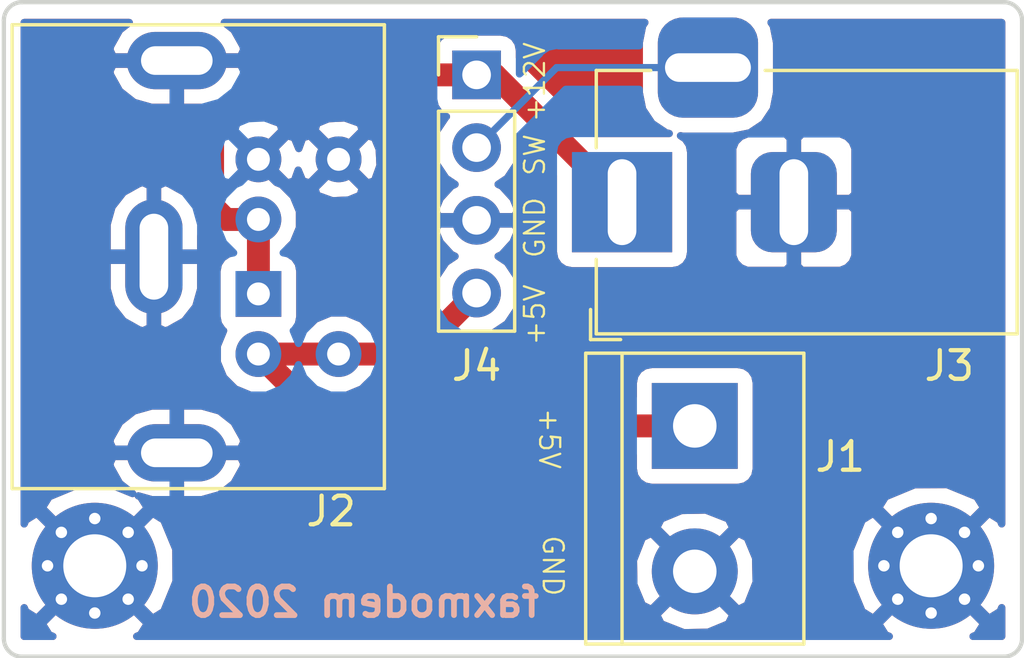
<source format=kicad_pcb>
(kicad_pcb (version 20171130) (host pcbnew 5.0.2+dfsg1-1~bpo9+1)

  (general
    (thickness 1.6)
    (drawings 15)
    (tracks 15)
    (zones 0)
    (modules 6)
    (nets 5)
  )

  (page A4)
  (layers
    (0 F.Cu signal)
    (31 B.Cu signal)
    (32 B.Adhes user hide)
    (33 F.Adhes user hide)
    (34 B.Paste user hide)
    (35 F.Paste user hide)
    (36 B.SilkS user)
    (37 F.SilkS user)
    (38 B.Mask user)
    (39 F.Mask user)
    (40 Dwgs.User user hide)
    (41 Cmts.User user hide)
    (42 Eco1.User user hide)
    (43 Eco2.User user hide)
    (44 Edge.Cuts user)
    (45 Margin user hide)
    (46 B.CrtYd user hide)
    (47 F.CrtYd user hide)
    (48 B.Fab user hide)
    (49 F.Fab user hide)
  )

  (setup
    (last_trace_width 0.25)
    (trace_clearance 0.2)
    (zone_clearance 0.508)
    (zone_45_only no)
    (trace_min 0.2)
    (segment_width 0.2)
    (edge_width 0.15)
    (via_size 0.8)
    (via_drill 0.4)
    (via_min_size 0.4)
    (via_min_drill 0.3)
    (uvia_size 0.3)
    (uvia_drill 0.1)
    (uvias_allowed no)
    (uvia_min_size 0.2)
    (uvia_min_drill 0.1)
    (pcb_text_width 0.3)
    (pcb_text_size 1.5 1.5)
    (mod_edge_width 0.15)
    (mod_text_size 1 1)
    (mod_text_width 0.15)
    (pad_size 1.7 1.7)
    (pad_drill 1)
    (pad_to_mask_clearance 0.051)
    (solder_mask_min_width 0.25)
    (aux_axis_origin 0 0)
    (visible_elements FFFFFF7F)
    (pcbplotparams
      (layerselection 0x010fc_ffffffff)
      (usegerberextensions false)
      (usegerberattributes false)
      (usegerberadvancedattributes false)
      (creategerberjobfile false)
      (excludeedgelayer true)
      (linewidth 0.100000)
      (plotframeref false)
      (viasonmask false)
      (mode 1)
      (useauxorigin false)
      (hpglpennumber 1)
      (hpglpenspeed 20)
      (hpglpendiameter 15.000000)
      (psnegative false)
      (psa4output false)
      (plotreference true)
      (plotvalue true)
      (plotinvisibletext false)
      (padsonsilk false)
      (subtractmaskfromsilk false)
      (outputformat 4)
      (mirror false)
      (drillshape 0)
      (scaleselection 1)
      (outputdirectory "/home/fabien/projects/amstrad_cpc6128/psu/"))
  )

  (net 0 "")
  (net 1 /+5V)
  (net 2 /GND)
  (net 3 /+12V)
  (net 4 /SW)

  (net_class Default "Ceci est la Netclass par défaut."
    (clearance 0.2)
    (trace_width 0.25)
    (via_dia 0.8)
    (via_drill 0.4)
    (uvia_dia 0.3)
    (uvia_drill 0.1)
    (add_net /SW)
  )

  (net_class "5-12V 2A" ""
    (clearance 0.4)
    (trace_width 0.8)
    (via_dia 0.8)
    (via_drill 0.4)
    (uvia_dia 0.3)
    (uvia_drill 0.1)
    (add_net /+12V)
    (add_net /+5V)
    (add_net /GND)
  )

  (module MountingHole:MountingHole_2.2mm_M2_Pad_Via (layer F.Cu) (tedit 5ECA7B34) (tstamp 5ED72F76)
    (at 123.825 102.235)
    (descr "Mounting Hole 2.2mm, M2")
    (tags "mounting hole 2.2mm m2")
    (path /5ECA7F49)
    (attr virtual)
    (fp_text reference H1 (at 0 -3.2) (layer F.SilkS) hide
      (effects (font (size 1 1) (thickness 0.15)))
    )
    (fp_text value MountingHole_Pad (at 0 3.2) (layer F.Fab)
      (effects (font (size 1 1) (thickness 0.15)))
    )
    (fp_circle (center 0 0) (end 2.45 0) (layer F.CrtYd) (width 0.05))
    (fp_circle (center 0 0) (end 2.2 0) (layer Cmts.User) (width 0.15))
    (fp_text user %R (at 0.3 0) (layer F.Fab)
      (effects (font (size 1 1) (thickness 0.15)))
    )
    (pad 1 thru_hole circle (at 1.166726 -1.166726) (size 0.7 0.7) (drill 0.4) (layers *.Cu *.Mask)
      (net 2 /GND))
    (pad 1 thru_hole circle (at 0 -1.65) (size 0.7 0.7) (drill 0.4) (layers *.Cu *.Mask)
      (net 2 /GND))
    (pad 1 thru_hole circle (at -1.166726 -1.166726) (size 0.7 0.7) (drill 0.4) (layers *.Cu *.Mask)
      (net 2 /GND))
    (pad 1 thru_hole circle (at -1.65 0) (size 0.7 0.7) (drill 0.4) (layers *.Cu *.Mask)
      (net 2 /GND))
    (pad 1 thru_hole circle (at -1.166726 1.166726) (size 0.7 0.7) (drill 0.4) (layers *.Cu *.Mask)
      (net 2 /GND))
    (pad 1 thru_hole circle (at 0 1.65) (size 0.7 0.7) (drill 0.4) (layers *.Cu *.Mask)
      (net 2 /GND))
    (pad 1 thru_hole circle (at 1.166726 1.166726) (size 0.7 0.7) (drill 0.4) (layers *.Cu *.Mask)
      (net 2 /GND))
    (pad 1 thru_hole circle (at 1.65 0) (size 0.7 0.7) (drill 0.4) (layers *.Cu *.Mask)
      (net 2 /GND))
    (pad 1 thru_hole circle (at 0 0) (size 4.4 4.4) (drill 2.2) (layers *.Cu *.Mask)
      (net 2 /GND))
  )

  (module MountingHole:MountingHole_2.2mm_M2_Pad_Via (layer F.Cu) (tedit 5ECA7B38) (tstamp 5ED73522)
    (at 153.035 102.235)
    (descr "Mounting Hole 2.2mm, M2")
    (tags "mounting hole 2.2mm m2")
    (path /5ECA8016)
    (attr virtual)
    (fp_text reference H2 (at 0 -3.2) (layer F.SilkS) hide
      (effects (font (size 1 1) (thickness 0.15)))
    )
    (fp_text value MountingHole_Pad (at 0 3.2) (layer F.Fab)
      (effects (font (size 1 1) (thickness 0.15)))
    )
    (fp_text user %R (at 0.3 0) (layer F.Fab)
      (effects (font (size 1 1) (thickness 0.15)))
    )
    (fp_circle (center 0 0) (end 2.2 0) (layer Cmts.User) (width 0.15))
    (fp_circle (center 0 0) (end 2.45 0) (layer F.CrtYd) (width 0.05))
    (pad 1 thru_hole circle (at 0 0) (size 4.4 4.4) (drill 2.2) (layers *.Cu *.Mask)
      (net 2 /GND))
    (pad 1 thru_hole circle (at 1.65 0) (size 0.7 0.7) (drill 0.4) (layers *.Cu *.Mask)
      (net 2 /GND))
    (pad 1 thru_hole circle (at 1.166726 1.166726) (size 0.7 0.7) (drill 0.4) (layers *.Cu *.Mask)
      (net 2 /GND))
    (pad 1 thru_hole circle (at 0 1.65) (size 0.7 0.7) (drill 0.4) (layers *.Cu *.Mask)
      (net 2 /GND))
    (pad 1 thru_hole circle (at -1.166726 1.166726) (size 0.7 0.7) (drill 0.4) (layers *.Cu *.Mask)
      (net 2 /GND))
    (pad 1 thru_hole circle (at -1.65 0) (size 0.7 0.7) (drill 0.4) (layers *.Cu *.Mask)
      (net 2 /GND))
    (pad 1 thru_hole circle (at -1.166726 -1.166726) (size 0.7 0.7) (drill 0.4) (layers *.Cu *.Mask)
      (net 2 /GND))
    (pad 1 thru_hole circle (at 0 -1.65) (size 0.7 0.7) (drill 0.4) (layers *.Cu *.Mask)
      (net 2 /GND))
    (pad 1 thru_hole circle (at 1.166726 -1.166726) (size 0.7 0.7) (drill 0.4) (layers *.Cu *.Mask)
      (net 2 /GND))
  )

  (module Connector_BarrelJack:BarrelJack_Horizontal (layer F.Cu) (tedit 5A1DBF6A) (tstamp 5ECA2FC3)
    (at 142.24 89.535 180)
    (descr "DC Barrel Jack")
    (tags "Power Jack")
    (path /5EBB033A)
    (fp_text reference J3 (at -11.43 -5.715 180) (layer F.SilkS)
      (effects (font (size 1 1) (thickness 0.15)))
    )
    (fp_text value "DC 12V" (at -6.2 -5.5 180) (layer F.Fab)
      (effects (font (size 1 1) (thickness 0.15)))
    )
    (fp_text user %R (at 2.54 3.175 180) (layer F.Fab)
      (effects (font (size 1 1) (thickness 0.15)))
    )
    (fp_line (start -0.003213 -4.505425) (end 0.8 -3.75) (layer F.Fab) (width 0.1))
    (fp_line (start 1.1 -3.75) (end 1.1 -4.8) (layer F.SilkS) (width 0.12))
    (fp_line (start 0.05 -4.8) (end 1.1 -4.8) (layer F.SilkS) (width 0.12))
    (fp_line (start 1 -4.5) (end 1 -4.75) (layer F.CrtYd) (width 0.05))
    (fp_line (start 1 -4.75) (end -14 -4.75) (layer F.CrtYd) (width 0.05))
    (fp_line (start 1 -4.5) (end 1 -2) (layer F.CrtYd) (width 0.05))
    (fp_line (start 1 -2) (end 2 -2) (layer F.CrtYd) (width 0.05))
    (fp_line (start 2 -2) (end 2 2) (layer F.CrtYd) (width 0.05))
    (fp_line (start 2 2) (end 1 2) (layer F.CrtYd) (width 0.05))
    (fp_line (start 1 2) (end 1 4.75) (layer F.CrtYd) (width 0.05))
    (fp_line (start 1 4.75) (end -1 4.75) (layer F.CrtYd) (width 0.05))
    (fp_line (start -1 4.75) (end -1 6.75) (layer F.CrtYd) (width 0.05))
    (fp_line (start -1 6.75) (end -5 6.75) (layer F.CrtYd) (width 0.05))
    (fp_line (start -5 6.75) (end -5 4.75) (layer F.CrtYd) (width 0.05))
    (fp_line (start -5 4.75) (end -14 4.75) (layer F.CrtYd) (width 0.05))
    (fp_line (start -14 4.75) (end -14 -4.75) (layer F.CrtYd) (width 0.05))
    (fp_line (start -5 4.6) (end -13.8 4.6) (layer F.SilkS) (width 0.12))
    (fp_line (start -13.8 4.6) (end -13.8 -4.6) (layer F.SilkS) (width 0.12))
    (fp_line (start 0.9 1.9) (end 0.9 4.6) (layer F.SilkS) (width 0.12))
    (fp_line (start 0.9 4.6) (end -1 4.6) (layer F.SilkS) (width 0.12))
    (fp_line (start -13.8 -4.6) (end 0.9 -4.6) (layer F.SilkS) (width 0.12))
    (fp_line (start 0.9 -4.6) (end 0.9 -2) (layer F.SilkS) (width 0.12))
    (fp_line (start -10.2 -4.5) (end -10.2 4.5) (layer F.Fab) (width 0.1))
    (fp_line (start -13.7 -4.5) (end -13.7 4.5) (layer F.Fab) (width 0.1))
    (fp_line (start -13.7 4.5) (end 0.8 4.5) (layer F.Fab) (width 0.1))
    (fp_line (start 0.8 4.5) (end 0.8 -3.75) (layer F.Fab) (width 0.1))
    (fp_line (start 0 -4.5) (end -13.7 -4.5) (layer F.Fab) (width 0.1))
    (pad 1 thru_hole rect (at 0 0 180) (size 3.5 3.5) (drill oval 1 3) (layers *.Cu *.Mask)
      (net 3 /+12V))
    (pad 2 thru_hole roundrect (at -6 0 180) (size 3 3.5) (drill oval 1 3) (layers *.Cu *.Mask) (roundrect_rratio 0.25)
      (net 2 /GND))
    (pad 3 thru_hole roundrect (at -3 4.7 180) (size 3.5 3.5) (drill oval 3 1) (layers *.Cu *.Mask) (roundrect_rratio 0.25)
      (net 4 /SW))
    (model ${KISYS3DMOD}/Connector_BarrelJack.3dshapes/BarrelJack_Horizontal.wrl
      (at (xyz 0 0 0))
      (scale (xyz 1 1 1))
      (rotate (xyz 0 0 0))
    )
  )

  (module Connector_PinHeader_2.54mm:PinHeader_1x04_P2.54mm_Vertical (layer F.Cu) (tedit 5ECA6C97) (tstamp 5ED6FAC7)
    (at 137.16 85.09)
    (descr "Through hole straight pin header, 1x04, 2.54mm pitch, single row")
    (tags "Through hole pin header THT 1x04 2.54mm single row")
    (path /5ECBE526)
    (fp_text reference J4 (at 0 10.16) (layer F.SilkS)
      (effects (font (size 1 1) (thickness 0.15)))
    )
    (fp_text value Conn_01x04_Male (at 0 9.95) (layer F.Fab)
      (effects (font (size 1 1) (thickness 0.15)))
    )
    (fp_line (start -0.635 -1.27) (end 1.27 -1.27) (layer F.Fab) (width 0.1))
    (fp_line (start 1.27 -1.27) (end 1.27 8.89) (layer F.Fab) (width 0.1))
    (fp_line (start 1.27 8.89) (end -1.27 8.89) (layer F.Fab) (width 0.1))
    (fp_line (start -1.27 8.89) (end -1.27 -0.635) (layer F.Fab) (width 0.1))
    (fp_line (start -1.27 -0.635) (end -0.635 -1.27) (layer F.Fab) (width 0.1))
    (fp_line (start -1.33 8.95) (end 1.33 8.95) (layer F.SilkS) (width 0.12))
    (fp_line (start -1.33 1.27) (end -1.33 8.95) (layer F.SilkS) (width 0.12))
    (fp_line (start 1.33 1.27) (end 1.33 8.95) (layer F.SilkS) (width 0.12))
    (fp_line (start -1.33 1.27) (end 1.33 1.27) (layer F.SilkS) (width 0.12))
    (fp_line (start -1.33 0) (end -1.33 -1.33) (layer F.SilkS) (width 0.12))
    (fp_line (start -1.33 -1.33) (end 0 -1.33) (layer F.SilkS) (width 0.12))
    (fp_line (start -1.8 -1.8) (end -1.8 9.4) (layer F.CrtYd) (width 0.05))
    (fp_line (start -1.8 9.4) (end 1.8 9.4) (layer F.CrtYd) (width 0.05))
    (fp_line (start 1.8 9.4) (end 1.8 -1.8) (layer F.CrtYd) (width 0.05))
    (fp_line (start 1.8 -1.8) (end -1.8 -1.8) (layer F.CrtYd) (width 0.05))
    (fp_text user %R (at 0 3.81 90) (layer F.Fab)
      (effects (font (size 1 1) (thickness 0.15)))
    )
    (pad 1 thru_hole rect (at 0 0) (size 1.7 1.7) (drill 1) (layers *.Cu *.Mask)
      (net 3 /+12V))
    (pad 2 thru_hole oval (at 0 2.54) (size 1.7 1.7) (drill 1) (layers *.Cu *.Mask)
      (net 4 /SW))
    (pad 3 thru_hole oval (at 0 5.08) (size 1.7 1.7) (drill 1) (layers *.Cu *.Mask)
      (net 2 /GND))
    (pad 4 thru_hole oval (at 0 7.62) (size 1.7 1.7) (drill 1) (layers *.Cu *.Mask)
      (net 1 /+5V))
    (model ${KISYS3DMOD}/Connector_PinHeader_2.54mm.3dshapes/PinHeader_1x04_P2.54mm_Vertical.wrl
      (at (xyz 0 0 0))
      (scale (xyz 1 1 1))
      (rotate (xyz 0 0 0))
    )
  )

  (module TerminalBlock:TerminalBlock_bornier-2_P5.08mm (layer F.Cu) (tedit 59FF03AB) (tstamp 5ED65DF1)
    (at 144.78 97.35 270)
    (descr "simple 2-pin terminal block, pitch 5.08mm, revamped version of bornier2")
    (tags "terminal block bornier2")
    (path /5EBB0608)
    (fp_text reference J1 (at 1.075 -5.08) (layer F.SilkS)
      (effects (font (size 1 1) (thickness 0.15)))
    )
    (fp_text value "DC 5V" (at 2.54 5.08 270) (layer F.Fab)
      (effects (font (size 1 1) (thickness 0.15)))
    )
    (fp_text user %R (at 1.71 -4.885 270) (layer F.Fab)
      (effects (font (size 1 1) (thickness 0.15)))
    )
    (fp_line (start -2.41 2.55) (end 7.49 2.55) (layer F.Fab) (width 0.1))
    (fp_line (start -2.46 -3.75) (end -2.46 3.75) (layer F.Fab) (width 0.1))
    (fp_line (start -2.46 3.75) (end 7.54 3.75) (layer F.Fab) (width 0.1))
    (fp_line (start 7.54 3.75) (end 7.54 -3.75) (layer F.Fab) (width 0.1))
    (fp_line (start 7.54 -3.75) (end -2.46 -3.75) (layer F.Fab) (width 0.1))
    (fp_line (start 7.62 2.54) (end -2.54 2.54) (layer F.SilkS) (width 0.12))
    (fp_line (start 7.62 3.81) (end 7.62 -3.81) (layer F.SilkS) (width 0.12))
    (fp_line (start 7.62 -3.81) (end -2.54 -3.81) (layer F.SilkS) (width 0.12))
    (fp_line (start -2.54 -3.81) (end -2.54 3.81) (layer F.SilkS) (width 0.12))
    (fp_line (start -2.54 3.81) (end 7.62 3.81) (layer F.SilkS) (width 0.12))
    (fp_line (start -2.71 -4) (end 7.79 -4) (layer F.CrtYd) (width 0.05))
    (fp_line (start -2.71 -4) (end -2.71 4) (layer F.CrtYd) (width 0.05))
    (fp_line (start 7.79 4) (end 7.79 -4) (layer F.CrtYd) (width 0.05))
    (fp_line (start 7.79 4) (end -2.71 4) (layer F.CrtYd) (width 0.05))
    (pad 1 thru_hole rect (at 0 0 270) (size 3 3) (drill 1.52) (layers *.Cu *.Mask)
      (net 1 /+5V))
    (pad 2 thru_hole circle (at 5.08 0 270) (size 3 3) (drill 1.52) (layers *.Cu *.Mask)
      (net 2 /GND))
    (model ${KISYS3DMOD}/TerminalBlock.3dshapes/TerminalBlock_bornier-2_P5.08mm.wrl
      (offset (xyz 2.539999961853027 0 0))
      (scale (xyz 1 1 1))
      (rotate (xyz 0 0 0))
    )
  )

  (module Custom_Footprints:Connector_Mini-DIN_Female_6Pin_2rows (layer F.Cu) (tedit 58E946D2) (tstamp 5ED37050)
    (at 129.54 92.74 270)
    (descr "A footprint for the generic 6 pin Mini-DIN through hole connector with shell.")
    (tags "mini din 6pin connector socket")
    (path /5EBB01DA)
    (fp_text reference J2 (at 7.59 -2.54) (layer F.SilkS)
      (effects (font (size 1 1) (thickness 0.15)))
    )
    (fp_text value Mini-DIN-6 (at -0.03 10.15 270) (layer F.Fab)
      (effects (font (size 1 1) (thickness 0.15)))
    )
    (fp_text user %R (at -1.27 -6.35 270) (layer F.Fab)
      (effects (font (size 1 1) (thickness 0.15)))
    )
    (fp_line (start 6.7 -4.3) (end 6.7 8.5) (layer F.Fab) (width 0.1))
    (fp_line (start 6.7 8.5) (end -9.3 8.5) (layer F.Fab) (width 0.1))
    (fp_line (start -9.3 8.5) (end -9.3 -4.3) (layer F.Fab) (width 0.1))
    (fp_line (start -9.3 -4.3) (end 6.7 -4.3) (layer F.Fab) (width 0.1))
    (fp_line (start 6.8 -4.4) (end 6.8 8.6) (layer F.SilkS) (width 0.12))
    (fp_line (start -9.4 -4.4) (end -9.4 8.6) (layer F.SilkS) (width 0.12))
    (fp_line (start -9.4 -4.4) (end 6.8 -4.4) (layer F.SilkS) (width 0.12))
    (fp_line (start -9.4 8.6) (end 6.8 8.6) (layer F.SilkS) (width 0.12))
    (fp_line (start -9.81 -5.05) (end 7.19 -5.05) (layer F.CrtYd) (width 0.05))
    (fp_line (start -9.81 -5.05) (end -9.81 9) (layer F.CrtYd) (width 0.05))
    (fp_line (start 7.19 9) (end 7.19 -5.05) (layer F.CrtYd) (width 0.05))
    (fp_line (start 7.19 9) (end -9.81 9) (layer F.CrtYd) (width 0.05))
    (pad 7 thru_hole oval (at -8.15 2.85 270) (size 2 3.5) (drill oval 1 2.5) (layers *.Cu *.Mask)
      (net 2 /GND))
    (pad 7 thru_hole oval (at 5.55 2.85 270) (size 2 3.5) (drill oval 1 2.5) (layers *.Cu *.Mask)
      (net 2 /GND))
    (pad 1 thru_hole rect (at 0 0 270) (size 1.6 1.6) (drill 0.8) (layers *.Cu *.Mask)
      (net 3 /+12V))
    (pad 2 thru_hole circle (at -2.6 0 270) (size 1.6 1.6) (drill 0.8) (layers *.Cu *.Mask)
      (net 3 /+12V))
    (pad 3 thru_hole circle (at 2.1 0 270) (size 1.6 1.6) (drill 0.8) (layers *.Cu *.Mask)
      (net 1 /+5V))
    (pad 4 thru_hole circle (at -4.7 0 270) (size 1.6 1.6) (drill 0.8) (layers *.Cu *.Mask)
      (net 2 /GND))
    (pad 5 thru_hole circle (at 2.1 -2.8 270) (size 1.6 1.6) (drill 0.8) (layers *.Cu *.Mask)
      (net 1 /+5V))
    (pad 6 thru_hole circle (at -4.7 -2.8 270) (size 1.6 1.6) (drill 0.8) (layers *.Cu *.Mask)
      (net 2 /GND))
    (pad 7 thru_hole oval (at -1.3 3.65 270) (size 4 2) (drill oval 3 1) (layers *.Cu *.Mask)
      (net 2 /GND))
  )

  (gr_arc (start 155.575 83.185) (end 156.21 83.185) (angle -90) (layer Edge.Cuts) (width 0.15))
  (gr_arc (start 121.285 83.185) (end 121.285 82.55) (angle -90) (layer Edge.Cuts) (width 0.15))
  (gr_arc (start 121.285 104.775) (end 120.65 104.775) (angle -90) (layer Edge.Cuts) (width 0.15))
  (gr_arc (start 155.575 104.775) (end 155.575 105.41) (angle -90) (layer Edge.Cuts) (width 0.15))
  (gr_text "faxmodem 2020" (at 127 103.505) (layer B.SilkS)
    (effects (font (size 1 1) (thickness 0.2)) (justify right mirror))
  )
  (gr_text GND (at 139.827 102.235 270) (layer F.SilkS) (tstamp 5ED71679)
    (effects (font (size 0.7 0.7) (thickness 0.08)))
  )
  (gr_text +5V (at 139.7 97.79 270) (layer F.SilkS) (tstamp 5ED7166B)
    (effects (font (size 0.7 0.7) (thickness 0.08)))
  )
  (gr_text +12V (at 139.192 85.344 90) (layer F.SilkS)
    (effects (font (size 0.7 0.7) (thickness 0.08)))
  )
  (gr_text SW (at 139.192 87.884 90) (layer F.SilkS)
    (effects (font (size 0.7 0.7) (thickness 0.08)))
  )
  (gr_text GND (at 139.192 90.424 90) (layer F.SilkS)
    (effects (font (size 0.7 0.7) (thickness 0.08)))
  )
  (gr_text +5V (at 139.192 93.472 90) (layer F.SilkS)
    (effects (font (size 0.7 0.7) (thickness 0.08)))
  )
  (gr_line (start 120.65 83.185) (end 120.65 104.775) (layer Edge.Cuts) (width 0.15))
  (gr_line (start 155.575 82.55) (end 121.285 82.55) (layer Edge.Cuts) (width 0.15))
  (gr_line (start 156.21 104.775) (end 156.21 83.185) (layer Edge.Cuts) (width 0.15))
  (gr_line (start 121.285 105.41) (end 155.575 105.41) (layer Edge.Cuts) (width 0.15))

  (segment (start 135.03 94.84) (end 137.16 92.71) (width 0.8) (layer F.Cu) (net 1) (status 1000000))
  (segment (start 132.34 94.84) (end 135.03 94.84) (width 0.8) (layer F.Cu) (net 1) (status 1000000))
  (segment (start 132.05 97.35) (end 144.78 97.35) (width 0.8) (layer F.Cu) (net 1))
  (segment (start 129.54 94.84) (end 132.05 97.35) (width 0.8) (layer F.Cu) (net 1))
  (segment (start 129.54 94.84) (end 132.34 94.84) (width 0.8) (layer F.Cu) (net 1))
  (segment (start 128.40863 90.14) (end 129.54 90.14) (width 0.8) (layer F.Cu) (net 3))
  (segment (start 137.16 85.09) (end 130.121998 85.09) (width 0.8) (layer F.Cu) (net 3))
  (segment (start 130.121998 85.09) (end 127.939999 87.271999) (width 0.8) (layer F.Cu) (net 3))
  (segment (start 127.939999 87.271999) (end 127.939999 89.671369) (width 0.8) (layer F.Cu) (net 3))
  (segment (start 127.939999 89.671369) (end 128.40863 90.14) (width 0.8) (layer F.Cu) (net 3))
  (segment (start 137.795 85.09) (end 142.24 89.535) (width 0.8) (layer F.Cu) (net 3))
  (segment (start 137.16 85.09) (end 137.795 85.09) (width 0.8) (layer F.Cu) (net 3))
  (segment (start 129.54 92.74) (end 129.54 90.14) (width 0.8) (layer F.Cu) (net 3))
  (segment (start 139.955 84.835) (end 145.24 84.835) (width 0.25) (layer B.Cu) (net 4))
  (segment (start 137.16 87.63) (end 139.955 84.835) (width 0.25) (layer B.Cu) (net 4))

  (zone (net 2) (net_name /GND) (layer F.Cu) (tstamp 5ED738C5) (hatch edge 0.508)
    (connect_pads (clearance 0.508))
    (min_thickness 0.254)
    (fill yes (arc_segments 16) (thermal_gap 0.508) (thermal_bridge_width 0.508))
    (polygon
      (pts
        (xy 120.65 82.55) (xy 120.65 105.41) (xy 156.21 105.41) (xy 156.21 82.55)
      )
    )
    (filled_polygon
      (pts
        (xy 124.694078 83.523683) (xy 124.380856 84.081645) (xy 124.349876 84.209566) (xy 124.469223 84.463) (xy 126.563 84.463)
        (xy 126.563 84.443) (xy 126.817 84.443) (xy 126.817 84.463) (xy 128.910777 84.463) (xy 129.030124 84.209566)
        (xy 128.999144 84.081645) (xy 128.685922 83.523683) (xy 128.350739 83.26) (xy 143.036884 83.26) (xy 142.958449 83.377387)
        (xy 142.84256 83.96) (xy 142.84256 85.71) (xy 142.958449 86.292613) (xy 143.288472 86.786528) (xy 143.782387 87.116551)
        (xy 143.888006 87.13756) (xy 141.306271 87.13756) (xy 138.65744 84.48873) (xy 138.65744 84.24) (xy 138.608157 83.992235)
        (xy 138.467809 83.782191) (xy 138.257765 83.641843) (xy 138.01 83.59256) (xy 136.31 83.59256) (xy 136.062235 83.641843)
        (xy 135.852191 83.782191) (xy 135.711843 83.992235) (xy 135.699358 84.055) (xy 130.223932 84.055) (xy 130.121998 84.034724)
        (xy 130.020063 84.055) (xy 129.718161 84.115052) (xy 129.375805 84.343807) (xy 129.318063 84.430224) (xy 128.949359 84.798928)
        (xy 128.910777 84.717) (xy 126.817 84.717) (xy 126.817 86.225) (xy 127.523288 86.225) (xy 127.280226 86.468062)
        (xy 127.193806 86.525806) (xy 127.01986 86.786136) (xy 126.965051 86.868163) (xy 126.884723 87.271999) (xy 126.904999 87.373934)
        (xy 126.905 89.16527) (xy 126.398355 88.880856) (xy 126.270434 88.849876) (xy 126.017 88.969223) (xy 126.017 91.313)
        (xy 127.525 91.313) (xy 127.525 90.72008) (xy 127.604693 90.799773) (xy 127.662437 90.886193) (xy 128.004793 91.114948)
        (xy 128.306695 91.175) (xy 128.306696 91.175) (xy 128.408629 91.195276) (xy 128.505001 91.176106) (xy 128.505001 91.339304)
        (xy 128.492235 91.341843) (xy 128.282191 91.482191) (xy 128.141843 91.692235) (xy 128.09256 91.94) (xy 128.09256 93.54)
        (xy 128.141843 93.787765) (xy 128.282191 93.997809) (xy 128.324515 94.026089) (xy 128.323466 94.027138) (xy 128.105 94.554561)
        (xy 128.105 95.125439) (xy 128.323466 95.652862) (xy 128.727138 96.056534) (xy 129.254561 96.275) (xy 129.51129 96.275)
        (xy 131.246065 98.009776) (xy 131.303807 98.096193) (xy 131.390223 98.153934) (xy 131.646163 98.324948) (xy 132.049999 98.405276)
        (xy 132.151934 98.385) (xy 142.63256 98.385) (xy 142.63256 98.85) (xy 142.681843 99.097765) (xy 142.822191 99.307809)
        (xy 143.032235 99.448157) (xy 143.28 99.49744) (xy 146.28 99.49744) (xy 146.527765 99.448157) (xy 146.737809 99.307809)
        (xy 146.878157 99.097765) (xy 146.92744 98.85) (xy 146.92744 95.85) (xy 146.878157 95.602235) (xy 146.737809 95.392191)
        (xy 146.527765 95.251843) (xy 146.28 95.20256) (xy 143.28 95.20256) (xy 143.032235 95.251843) (xy 142.822191 95.392191)
        (xy 142.681843 95.602235) (xy 142.63256 95.85) (xy 142.63256 96.315) (xy 132.478711 96.315) (xy 132.438711 96.275)
        (xy 132.625439 96.275) (xy 133.152862 96.056534) (xy 133.334396 95.875) (xy 134.928066 95.875) (xy 135.03 95.895276)
        (xy 135.131934 95.875) (xy 135.131935 95.875) (xy 135.433837 95.814948) (xy 135.776193 95.586193) (xy 135.833937 95.499773)
        (xy 137.138711 94.195) (xy 137.306256 94.195) (xy 137.739418 94.108839) (xy 138.230625 93.780625) (xy 138.558839 93.289418)
        (xy 138.674092 92.71) (xy 138.558839 92.130582) (xy 138.230625 91.639375) (xy 137.911522 91.426157) (xy 138.041358 91.365183)
        (xy 138.431645 90.936924) (xy 138.601476 90.52689) (xy 138.480155 90.297) (xy 137.287 90.297) (xy 137.287 90.317)
        (xy 137.033 90.317) (xy 137.033 90.297) (xy 135.839845 90.297) (xy 135.718524 90.52689) (xy 135.888355 90.936924)
        (xy 136.278642 91.365183) (xy 136.408478 91.426157) (xy 136.089375 91.639375) (xy 135.761161 92.130582) (xy 135.645908 92.71)
        (xy 135.654267 92.752023) (xy 134.60129 93.805) (xy 133.334396 93.805) (xy 133.152862 93.623466) (xy 132.625439 93.405)
        (xy 132.054561 93.405) (xy 131.527138 93.623466) (xy 131.345604 93.805) (xy 130.926641 93.805) (xy 130.938157 93.787765)
        (xy 130.98744 93.54) (xy 130.98744 91.94) (xy 130.938157 91.692235) (xy 130.797809 91.482191) (xy 130.587765 91.341843)
        (xy 130.575 91.339304) (xy 130.575 91.134396) (xy 130.756534 90.952862) (xy 130.975 90.425439) (xy 130.975 89.854561)
        (xy 130.756534 89.327138) (xy 130.477141 89.047745) (xy 131.511861 89.047745) (xy 131.585995 89.293864) (xy 132.123223 89.486965)
        (xy 132.693454 89.459778) (xy 133.094005 89.293864) (xy 133.168139 89.047745) (xy 132.34 88.219605) (xy 131.511861 89.047745)
        (xy 130.477141 89.047745) (xy 130.352862 88.923466) (xy 130.166784 88.84639) (xy 129.54 88.219605) (xy 129.525858 88.233748)
        (xy 129.346253 88.054143) (xy 129.360395 88.04) (xy 129.719605 88.04) (xy 130.547745 88.868139) (xy 130.793864 88.794005)
        (xy 130.929654 88.416224) (xy 131.086136 88.794005) (xy 131.332255 88.868139) (xy 132.160395 88.04) (xy 132.519605 88.04)
        (xy 133.347745 88.868139) (xy 133.593864 88.794005) (xy 133.786965 88.256777) (xy 133.759778 87.686546) (xy 133.593864 87.285995)
        (xy 133.347745 87.211861) (xy 132.519605 88.04) (xy 132.160395 88.04) (xy 131.332255 87.211861) (xy 131.086136 87.285995)
        (xy 130.950346 87.663776) (xy 130.793864 87.285995) (xy 130.547745 87.211861) (xy 129.719605 88.04) (xy 129.360395 88.04)
        (xy 129.346252 88.025858) (xy 129.525858 87.846252) (xy 129.54 87.860395) (xy 130.368139 87.032255) (xy 131.511861 87.032255)
        (xy 132.34 87.860395) (xy 133.168139 87.032255) (xy 133.094005 86.786136) (xy 132.556777 86.593035) (xy 131.986546 86.620222)
        (xy 131.585995 86.786136) (xy 131.511861 87.032255) (xy 130.368139 87.032255) (xy 130.294005 86.786136) (xy 129.996506 86.679203)
        (xy 130.550709 86.125) (xy 135.699358 86.125) (xy 135.711843 86.187765) (xy 135.852191 86.397809) (xy 136.062235 86.538157)
        (xy 136.107619 86.547184) (xy 136.089375 86.559375) (xy 135.761161 87.050582) (xy 135.645908 87.63) (xy 135.761161 88.209418)
        (xy 136.089375 88.700625) (xy 136.408478 88.913843) (xy 136.278642 88.974817) (xy 135.888355 89.403076) (xy 135.718524 89.81311)
        (xy 135.839845 90.043) (xy 137.033 90.043) (xy 137.033 90.023) (xy 137.287 90.023) (xy 137.287 90.043)
        (xy 138.480155 90.043) (xy 138.601476 89.81311) (xy 138.431645 89.403076) (xy 138.041358 88.974817) (xy 137.911522 88.913843)
        (xy 138.230625 88.700625) (xy 138.558839 88.209418) (xy 138.674092 87.63) (xy 138.625127 87.383838) (xy 139.84256 88.601271)
        (xy 139.84256 91.285) (xy 139.891843 91.532765) (xy 140.032191 91.742809) (xy 140.242235 91.883157) (xy 140.49 91.93244)
        (xy 143.99 91.93244) (xy 144.237765 91.883157) (xy 144.447809 91.742809) (xy 144.588157 91.532765) (xy 144.63744 91.285)
        (xy 144.63744 89.82075) (xy 146.105 89.82075) (xy 146.105 91.41131) (xy 146.201673 91.644699) (xy 146.380302 91.823327)
        (xy 146.613691 91.92) (xy 147.95425 91.92) (xy 148.113 91.76125) (xy 148.113 89.662) (xy 148.367 89.662)
        (xy 148.367 91.76125) (xy 148.52575 91.92) (xy 149.866309 91.92) (xy 150.099698 91.823327) (xy 150.278327 91.644699)
        (xy 150.375 91.41131) (xy 150.375 89.82075) (xy 150.21625 89.662) (xy 148.367 89.662) (xy 148.113 89.662)
        (xy 146.26375 89.662) (xy 146.105 89.82075) (xy 144.63744 89.82075) (xy 144.63744 87.785) (xy 144.612316 87.65869)
        (xy 146.105 87.65869) (xy 146.105 89.24925) (xy 146.26375 89.408) (xy 148.113 89.408) (xy 148.113 87.30875)
        (xy 148.367 87.30875) (xy 148.367 89.408) (xy 150.21625 89.408) (xy 150.375 89.24925) (xy 150.375 87.65869)
        (xy 150.278327 87.425301) (xy 150.099698 87.246673) (xy 149.866309 87.15) (xy 148.52575 87.15) (xy 148.367 87.30875)
        (xy 148.113 87.30875) (xy 147.95425 87.15) (xy 146.613691 87.15) (xy 146.380302 87.246673) (xy 146.201673 87.425301)
        (xy 146.105 87.65869) (xy 144.612316 87.65869) (xy 144.588157 87.537235) (xy 144.447809 87.327191) (xy 144.280999 87.215731)
        (xy 144.365 87.23244) (xy 146.115 87.23244) (xy 146.697613 87.116551) (xy 147.191528 86.786528) (xy 147.521551 86.292613)
        (xy 147.63744 85.71) (xy 147.63744 83.96) (xy 147.521551 83.377387) (xy 147.443116 83.26) (xy 155.500001 83.26)
        (xy 155.5 100.771006) (xy 155.445888 100.640368) (xy 155.054382 100.395223) (xy 153.214605 102.235) (xy 155.054382 104.074777)
        (xy 155.445888 103.829632) (xy 155.5 103.697244) (xy 155.5 104.7) (xy 154.498994 104.7) (xy 154.629632 104.645888)
        (xy 154.874777 104.254382) (xy 153.035 102.414605) (xy 151.195223 104.254382) (xy 151.440368 104.645888) (xy 151.572755 104.7)
        (xy 125.288994 104.7) (xy 125.419632 104.645888) (xy 125.664777 104.254382) (xy 123.825 102.414605) (xy 121.985223 104.254382)
        (xy 122.230368 104.645888) (xy 122.362755 104.7) (xy 121.36 104.7) (xy 121.36 103.698994) (xy 121.414112 103.829632)
        (xy 121.805618 104.074777) (xy 123.645395 102.235) (xy 124.004605 102.235) (xy 125.844382 104.074777) (xy 126.053285 103.94397)
        (xy 143.445635 103.94397) (xy 143.605418 104.262739) (xy 144.396187 104.572723) (xy 145.245387 104.556497) (xy 145.954582 104.262739)
        (xy 146.114365 103.94397) (xy 144.78 102.609605) (xy 143.445635 103.94397) (xy 126.053285 103.94397) (xy 126.235888 103.829632)
        (xy 126.662609 102.78564) (xy 126.659148 102.046187) (xy 142.637277 102.046187) (xy 142.653503 102.895387) (xy 142.947261 103.604582)
        (xy 143.26603 103.764365) (xy 144.600395 102.43) (xy 144.959605 102.43) (xy 146.29397 103.764365) (xy 146.612739 103.604582)
        (xy 146.922723 102.813813) (xy 146.906497 101.964613) (xy 146.790413 101.68436) (xy 150.197391 101.68436) (xy 150.20267 102.812181)
        (xy 150.624112 103.829632) (xy 151.015618 104.074777) (xy 152.855395 102.235) (xy 151.015618 100.395223) (xy 150.624112 100.640368)
        (xy 150.197391 101.68436) (xy 146.790413 101.68436) (xy 146.612739 101.255418) (xy 146.29397 101.095635) (xy 144.959605 102.43)
        (xy 144.600395 102.43) (xy 143.26603 101.095635) (xy 142.947261 101.255418) (xy 142.637277 102.046187) (xy 126.659148 102.046187)
        (xy 126.65733 101.657819) (xy 126.350071 100.91603) (xy 143.445635 100.91603) (xy 144.78 102.250395) (xy 146.114365 100.91603)
        (xy 145.954582 100.597261) (xy 145.163813 100.287277) (xy 144.314613 100.303503) (xy 143.605418 100.597261) (xy 143.445635 100.91603)
        (xy 126.350071 100.91603) (xy 126.235888 100.640368) (xy 125.844382 100.395223) (xy 124.004605 102.235) (xy 123.645395 102.235)
        (xy 121.805618 100.395223) (xy 121.414112 100.640368) (xy 121.36 100.772755) (xy 121.36 100.215618) (xy 121.985223 100.215618)
        (xy 123.825 102.055395) (xy 125.664777 100.215618) (xy 151.195223 100.215618) (xy 153.035 102.055395) (xy 154.874777 100.215618)
        (xy 154.629632 99.824112) (xy 153.58564 99.397391) (xy 152.457819 99.40267) (xy 151.440368 99.824112) (xy 151.195223 100.215618)
        (xy 125.664777 100.215618) (xy 125.419632 99.824112) (xy 125.34436 99.793345) (xy 125.813 99.925) (xy 126.563 99.925)
        (xy 126.563 98.417) (xy 126.817 98.417) (xy 126.817 99.925) (xy 127.567 99.925) (xy 128.18302 99.751942)
        (xy 128.685922 99.356317) (xy 128.999144 98.798355) (xy 129.030124 98.670434) (xy 128.910777 98.417) (xy 126.817 98.417)
        (xy 126.563 98.417) (xy 124.469223 98.417) (xy 124.349876 98.670434) (xy 124.380856 98.798355) (xy 124.694078 99.356317)
        (xy 125.14714 99.712734) (xy 124.37564 99.397391) (xy 123.247819 99.40267) (xy 122.230368 99.824112) (xy 121.985223 100.215618)
        (xy 121.36 100.215618) (xy 121.36 97.909566) (xy 124.349876 97.909566) (xy 124.469223 98.163) (xy 126.563 98.163)
        (xy 126.563 96.655) (xy 126.817 96.655) (xy 126.817 98.163) (xy 128.910777 98.163) (xy 129.030124 97.909566)
        (xy 128.999144 97.781645) (xy 128.685922 97.223683) (xy 128.18302 96.828058) (xy 127.567 96.655) (xy 126.817 96.655)
        (xy 126.563 96.655) (xy 125.813 96.655) (xy 125.19698 96.828058) (xy 124.694078 97.223683) (xy 124.380856 97.781645)
        (xy 124.349876 97.909566) (xy 121.36 97.909566) (xy 121.36 91.567) (xy 124.255 91.567) (xy 124.255 92.567)
        (xy 124.428058 93.18302) (xy 124.823683 93.685922) (xy 125.381645 93.999144) (xy 125.509566 94.030124) (xy 125.763 93.910777)
        (xy 125.763 91.567) (xy 126.017 91.567) (xy 126.017 93.910777) (xy 126.270434 94.030124) (xy 126.398355 93.999144)
        (xy 126.956317 93.685922) (xy 127.351942 93.18302) (xy 127.525 92.567) (xy 127.525 91.567) (xy 126.017 91.567)
        (xy 125.763 91.567) (xy 124.255 91.567) (xy 121.36 91.567) (xy 121.36 90.313) (xy 124.255 90.313)
        (xy 124.255 91.313) (xy 125.763 91.313) (xy 125.763 88.969223) (xy 125.509566 88.849876) (xy 125.381645 88.880856)
        (xy 124.823683 89.194078) (xy 124.428058 89.69698) (xy 124.255 90.313) (xy 121.36 90.313) (xy 121.36 84.970434)
        (xy 124.349876 84.970434) (xy 124.380856 85.098355) (xy 124.694078 85.656317) (xy 125.19698 86.051942) (xy 125.813 86.225)
        (xy 126.563 86.225) (xy 126.563 84.717) (xy 124.469223 84.717) (xy 124.349876 84.970434) (xy 121.36 84.970434)
        (xy 121.36 83.26) (xy 125.029261 83.26)
      )
    )
  )
  (zone (net 2) (net_name /GND) (layer B.Cu) (tstamp 5ED738C2) (hatch edge 0.508)
    (connect_pads (clearance 0.508))
    (min_thickness 0.254)
    (fill yes (arc_segments 16) (thermal_gap 0.508) (thermal_bridge_width 0.508))
    (polygon
      (pts
        (xy 120.65 82.55) (xy 156.21 82.55) (xy 156.21 105.41) (xy 120.65 105.41)
      )
    )
    (filled_polygon
      (pts
        (xy 124.694078 83.523683) (xy 124.380856 84.081645) (xy 124.349876 84.209566) (xy 124.469223 84.463) (xy 126.563 84.463)
        (xy 126.563 84.443) (xy 126.817 84.443) (xy 126.817 84.463) (xy 128.910777 84.463) (xy 129.030124 84.209566)
        (xy 128.999144 84.081645) (xy 128.685922 83.523683) (xy 128.350739 83.26) (xy 143.036884 83.26) (xy 142.958449 83.377387)
        (xy 142.84256 83.96) (xy 142.84256 84.075) (xy 140.029847 84.075) (xy 139.955 84.060112) (xy 139.880153 84.075)
        (xy 139.880148 84.075) (xy 139.658463 84.119096) (xy 139.407071 84.287071) (xy 139.364671 84.350527) (xy 138.65744 85.057758)
        (xy 138.65744 84.24) (xy 138.608157 83.992235) (xy 138.467809 83.782191) (xy 138.257765 83.641843) (xy 138.01 83.59256)
        (xy 136.31 83.59256) (xy 136.062235 83.641843) (xy 135.852191 83.782191) (xy 135.711843 83.992235) (xy 135.66256 84.24)
        (xy 135.66256 85.94) (xy 135.711843 86.187765) (xy 135.852191 86.397809) (xy 136.062235 86.538157) (xy 136.107619 86.547184)
        (xy 136.089375 86.559375) (xy 135.761161 87.050582) (xy 135.645908 87.63) (xy 135.761161 88.209418) (xy 136.089375 88.700625)
        (xy 136.408478 88.913843) (xy 136.278642 88.974817) (xy 135.888355 89.403076) (xy 135.718524 89.81311) (xy 135.839845 90.043)
        (xy 137.033 90.043) (xy 137.033 90.023) (xy 137.287 90.023) (xy 137.287 90.043) (xy 138.480155 90.043)
        (xy 138.601476 89.81311) (xy 138.431645 89.403076) (xy 138.041358 88.974817) (xy 137.911522 88.913843) (xy 138.230625 88.700625)
        (xy 138.558839 88.209418) (xy 138.674092 87.63) (xy 138.601209 87.263592) (xy 140.269802 85.595) (xy 142.84256 85.595)
        (xy 142.84256 85.71) (xy 142.958449 86.292613) (xy 143.288472 86.786528) (xy 143.782387 87.116551) (xy 143.888006 87.13756)
        (xy 140.49 87.13756) (xy 140.242235 87.186843) (xy 140.032191 87.327191) (xy 139.891843 87.537235) (xy 139.84256 87.785)
        (xy 139.84256 91.285) (xy 139.891843 91.532765) (xy 140.032191 91.742809) (xy 140.242235 91.883157) (xy 140.49 91.93244)
        (xy 143.99 91.93244) (xy 144.237765 91.883157) (xy 144.447809 91.742809) (xy 144.588157 91.532765) (xy 144.63744 91.285)
        (xy 144.63744 89.82075) (xy 146.105 89.82075) (xy 146.105 91.41131) (xy 146.201673 91.644699) (xy 146.380302 91.823327)
        (xy 146.613691 91.92) (xy 147.95425 91.92) (xy 148.113 91.76125) (xy 148.113 89.662) (xy 148.367 89.662)
        (xy 148.367 91.76125) (xy 148.52575 91.92) (xy 149.866309 91.92) (xy 150.099698 91.823327) (xy 150.278327 91.644699)
        (xy 150.375 91.41131) (xy 150.375 89.82075) (xy 150.21625 89.662) (xy 148.367 89.662) (xy 148.113 89.662)
        (xy 146.26375 89.662) (xy 146.105 89.82075) (xy 144.63744 89.82075) (xy 144.63744 87.785) (xy 144.612316 87.65869)
        (xy 146.105 87.65869) (xy 146.105 89.24925) (xy 146.26375 89.408) (xy 148.113 89.408) (xy 148.113 87.30875)
        (xy 148.367 87.30875) (xy 148.367 89.408) (xy 150.21625 89.408) (xy 150.375 89.24925) (xy 150.375 87.65869)
        (xy 150.278327 87.425301) (xy 150.099698 87.246673) (xy 149.866309 87.15) (xy 148.52575 87.15) (xy 148.367 87.30875)
        (xy 148.113 87.30875) (xy 147.95425 87.15) (xy 146.613691 87.15) (xy 146.380302 87.246673) (xy 146.201673 87.425301)
        (xy 146.105 87.65869) (xy 144.612316 87.65869) (xy 144.588157 87.537235) (xy 144.447809 87.327191) (xy 144.280999 87.215731)
        (xy 144.365 87.23244) (xy 146.115 87.23244) (xy 146.697613 87.116551) (xy 147.191528 86.786528) (xy 147.521551 86.292613)
        (xy 147.63744 85.71) (xy 147.63744 83.96) (xy 147.521551 83.377387) (xy 147.443116 83.26) (xy 155.500001 83.26)
        (xy 155.5 100.771006) (xy 155.445888 100.640368) (xy 155.054382 100.395223) (xy 153.214605 102.235) (xy 155.054382 104.074777)
        (xy 155.445888 103.829632) (xy 155.5 103.697244) (xy 155.5 104.7) (xy 154.498994 104.7) (xy 154.629632 104.645888)
        (xy 154.874777 104.254382) (xy 153.035 102.414605) (xy 151.195223 104.254382) (xy 151.440368 104.645888) (xy 151.572755 104.7)
        (xy 125.288994 104.7) (xy 125.419632 104.645888) (xy 125.664777 104.254382) (xy 123.825 102.414605) (xy 121.985223 104.254382)
        (xy 122.230368 104.645888) (xy 122.362755 104.7) (xy 121.36 104.7) (xy 121.36 103.698994) (xy 121.414112 103.829632)
        (xy 121.805618 104.074777) (xy 123.645395 102.235) (xy 124.004605 102.235) (xy 125.844382 104.074777) (xy 126.053285 103.94397)
        (xy 143.445635 103.94397) (xy 143.605418 104.262739) (xy 144.396187 104.572723) (xy 145.245387 104.556497) (xy 145.954582 104.262739)
        (xy 146.114365 103.94397) (xy 144.78 102.609605) (xy 143.445635 103.94397) (xy 126.053285 103.94397) (xy 126.235888 103.829632)
        (xy 126.662609 102.78564) (xy 126.659148 102.046187) (xy 142.637277 102.046187) (xy 142.653503 102.895387) (xy 142.947261 103.604582)
        (xy 143.26603 103.764365) (xy 144.600395 102.43) (xy 144.959605 102.43) (xy 146.29397 103.764365) (xy 146.612739 103.604582)
        (xy 146.922723 102.813813) (xy 146.906497 101.964613) (xy 146.790413 101.68436) (xy 150.197391 101.68436) (xy 150.20267 102.812181)
        (xy 150.624112 103.829632) (xy 151.015618 104.074777) (xy 152.855395 102.235) (xy 151.015618 100.395223) (xy 150.624112 100.640368)
        (xy 150.197391 101.68436) (xy 146.790413 101.68436) (xy 146.612739 101.255418) (xy 146.29397 101.095635) (xy 144.959605 102.43)
        (xy 144.600395 102.43) (xy 143.26603 101.095635) (xy 142.947261 101.255418) (xy 142.637277 102.046187) (xy 126.659148 102.046187)
        (xy 126.65733 101.657819) (xy 126.350071 100.91603) (xy 143.445635 100.91603) (xy 144.78 102.250395) (xy 146.114365 100.91603)
        (xy 145.954582 100.597261) (xy 145.163813 100.287277) (xy 144.314613 100.303503) (xy 143.605418 100.597261) (xy 143.445635 100.91603)
        (xy 126.350071 100.91603) (xy 126.235888 100.640368) (xy 125.844382 100.395223) (xy 124.004605 102.235) (xy 123.645395 102.235)
        (xy 121.805618 100.395223) (xy 121.414112 100.640368) (xy 121.36 100.772755) (xy 121.36 100.215618) (xy 121.985223 100.215618)
        (xy 123.825 102.055395) (xy 125.664777 100.215618) (xy 151.195223 100.215618) (xy 153.035 102.055395) (xy 154.874777 100.215618)
        (xy 154.629632 99.824112) (xy 153.58564 99.397391) (xy 152.457819 99.40267) (xy 151.440368 99.824112) (xy 151.195223 100.215618)
        (xy 125.664777 100.215618) (xy 125.419632 99.824112) (xy 125.34436 99.793345) (xy 125.813 99.925) (xy 126.563 99.925)
        (xy 126.563 98.417) (xy 126.817 98.417) (xy 126.817 99.925) (xy 127.567 99.925) (xy 128.18302 99.751942)
        (xy 128.685922 99.356317) (xy 128.999144 98.798355) (xy 129.030124 98.670434) (xy 128.910777 98.417) (xy 126.817 98.417)
        (xy 126.563 98.417) (xy 124.469223 98.417) (xy 124.349876 98.670434) (xy 124.380856 98.798355) (xy 124.694078 99.356317)
        (xy 125.14714 99.712734) (xy 124.37564 99.397391) (xy 123.247819 99.40267) (xy 122.230368 99.824112) (xy 121.985223 100.215618)
        (xy 121.36 100.215618) (xy 121.36 97.909566) (xy 124.349876 97.909566) (xy 124.469223 98.163) (xy 126.563 98.163)
        (xy 126.563 96.655) (xy 126.817 96.655) (xy 126.817 98.163) (xy 128.910777 98.163) (xy 129.030124 97.909566)
        (xy 128.999144 97.781645) (xy 128.685922 97.223683) (xy 128.18302 96.828058) (xy 127.567 96.655) (xy 126.817 96.655)
        (xy 126.563 96.655) (xy 125.813 96.655) (xy 125.19698 96.828058) (xy 124.694078 97.223683) (xy 124.380856 97.781645)
        (xy 124.349876 97.909566) (xy 121.36 97.909566) (xy 121.36 91.567) (xy 124.255 91.567) (xy 124.255 92.567)
        (xy 124.428058 93.18302) (xy 124.823683 93.685922) (xy 125.381645 93.999144) (xy 125.509566 94.030124) (xy 125.763 93.910777)
        (xy 125.763 91.567) (xy 126.017 91.567) (xy 126.017 93.910777) (xy 126.270434 94.030124) (xy 126.398355 93.999144)
        (xy 126.956317 93.685922) (xy 127.351942 93.18302) (xy 127.525 92.567) (xy 127.525 91.94) (xy 128.09256 91.94)
        (xy 128.09256 93.54) (xy 128.141843 93.787765) (xy 128.282191 93.997809) (xy 128.324515 94.026089) (xy 128.323466 94.027138)
        (xy 128.105 94.554561) (xy 128.105 95.125439) (xy 128.323466 95.652862) (xy 128.727138 96.056534) (xy 129.254561 96.275)
        (xy 129.825439 96.275) (xy 130.352862 96.056534) (xy 130.756534 95.652862) (xy 130.94 95.209936) (xy 131.123466 95.652862)
        (xy 131.527138 96.056534) (xy 132.054561 96.275) (xy 132.625439 96.275) (xy 133.152862 96.056534) (xy 133.359396 95.85)
        (xy 142.63256 95.85) (xy 142.63256 98.85) (xy 142.681843 99.097765) (xy 142.822191 99.307809) (xy 143.032235 99.448157)
        (xy 143.28 99.49744) (xy 146.28 99.49744) (xy 146.527765 99.448157) (xy 146.737809 99.307809) (xy 146.878157 99.097765)
        (xy 146.92744 98.85) (xy 146.92744 95.85) (xy 146.878157 95.602235) (xy 146.737809 95.392191) (xy 146.527765 95.251843)
        (xy 146.28 95.20256) (xy 143.28 95.20256) (xy 143.032235 95.251843) (xy 142.822191 95.392191) (xy 142.681843 95.602235)
        (xy 142.63256 95.85) (xy 133.359396 95.85) (xy 133.556534 95.652862) (xy 133.775 95.125439) (xy 133.775 94.554561)
        (xy 133.556534 94.027138) (xy 133.152862 93.623466) (xy 132.625439 93.405) (xy 132.054561 93.405) (xy 131.527138 93.623466)
        (xy 131.123466 94.027138) (xy 130.94 94.470064) (xy 130.756534 94.027138) (xy 130.755485 94.026089) (xy 130.797809 93.997809)
        (xy 130.938157 93.787765) (xy 130.98744 93.54) (xy 130.98744 92.71) (xy 135.645908 92.71) (xy 135.761161 93.289418)
        (xy 136.089375 93.780625) (xy 136.580582 94.108839) (xy 137.013744 94.195) (xy 137.306256 94.195) (xy 137.739418 94.108839)
        (xy 138.230625 93.780625) (xy 138.558839 93.289418) (xy 138.674092 92.71) (xy 138.558839 92.130582) (xy 138.230625 91.639375)
        (xy 137.911522 91.426157) (xy 138.041358 91.365183) (xy 138.431645 90.936924) (xy 138.601476 90.52689) (xy 138.480155 90.297)
        (xy 137.287 90.297) (xy 137.287 90.317) (xy 137.033 90.317) (xy 137.033 90.297) (xy 135.839845 90.297)
        (xy 135.718524 90.52689) (xy 135.888355 90.936924) (xy 136.278642 91.365183) (xy 136.408478 91.426157) (xy 136.089375 91.639375)
        (xy 135.761161 92.130582) (xy 135.645908 92.71) (xy 130.98744 92.71) (xy 130.98744 91.94) (xy 130.938157 91.692235)
        (xy 130.797809 91.482191) (xy 130.587765 91.341843) (xy 130.404088 91.305308) (xy 130.756534 90.952862) (xy 130.975 90.425439)
        (xy 130.975 89.854561) (xy 130.756534 89.327138) (xy 130.477141 89.047745) (xy 131.511861 89.047745) (xy 131.585995 89.293864)
        (xy 132.123223 89.486965) (xy 132.693454 89.459778) (xy 133.094005 89.293864) (xy 133.168139 89.047745) (xy 132.34 88.219605)
        (xy 131.511861 89.047745) (xy 130.477141 89.047745) (xy 130.352862 88.923466) (xy 130.166784 88.84639) (xy 129.54 88.219605)
        (xy 128.913216 88.84639) (xy 128.727138 88.923466) (xy 128.323466 89.327138) (xy 128.105 89.854561) (xy 128.105 90.425439)
        (xy 128.323466 90.952862) (xy 128.675912 91.305308) (xy 128.492235 91.341843) (xy 128.282191 91.482191) (xy 128.141843 91.692235)
        (xy 128.09256 91.94) (xy 127.525 91.94) (xy 127.525 91.567) (xy 126.017 91.567) (xy 125.763 91.567)
        (xy 124.255 91.567) (xy 121.36 91.567) (xy 121.36 90.313) (xy 124.255 90.313) (xy 124.255 91.313)
        (xy 125.763 91.313) (xy 125.763 88.969223) (xy 126.017 88.969223) (xy 126.017 91.313) (xy 127.525 91.313)
        (xy 127.525 90.313) (xy 127.351942 89.69698) (xy 126.956317 89.194078) (xy 126.398355 88.880856) (xy 126.270434 88.849876)
        (xy 126.017 88.969223) (xy 125.763 88.969223) (xy 125.509566 88.849876) (xy 125.381645 88.880856) (xy 124.823683 89.194078)
        (xy 124.428058 89.69698) (xy 124.255 90.313) (xy 121.36 90.313) (xy 121.36 87.823223) (xy 128.093035 87.823223)
        (xy 128.120222 88.393454) (xy 128.286136 88.794005) (xy 128.532255 88.868139) (xy 129.360395 88.04) (xy 129.719605 88.04)
        (xy 130.547745 88.868139) (xy 130.793864 88.794005) (xy 130.929654 88.416224) (xy 131.086136 88.794005) (xy 131.332255 88.868139)
        (xy 132.160395 88.04) (xy 132.519605 88.04) (xy 133.347745 88.868139) (xy 133.593864 88.794005) (xy 133.786965 88.256777)
        (xy 133.759778 87.686546) (xy 133.593864 87.285995) (xy 133.347745 87.211861) (xy 132.519605 88.04) (xy 132.160395 88.04)
        (xy 131.332255 87.211861) (xy 131.086136 87.285995) (xy 130.950346 87.663776) (xy 130.793864 87.285995) (xy 130.547745 87.211861)
        (xy 129.719605 88.04) (xy 129.360395 88.04) (xy 128.532255 87.211861) (xy 128.286136 87.285995) (xy 128.093035 87.823223)
        (xy 121.36 87.823223) (xy 121.36 87.032255) (xy 128.711861 87.032255) (xy 129.54 87.860395) (xy 130.368139 87.032255)
        (xy 131.511861 87.032255) (xy 132.34 87.860395) (xy 133.168139 87.032255) (xy 133.094005 86.786136) (xy 132.556777 86.593035)
        (xy 131.986546 86.620222) (xy 131.585995 86.786136) (xy 131.511861 87.032255) (xy 130.368139 87.032255) (xy 130.294005 86.786136)
        (xy 129.756777 86.593035) (xy 129.186546 86.620222) (xy 128.785995 86.786136) (xy 128.711861 87.032255) (xy 121.36 87.032255)
        (xy 121.36 84.970434) (xy 124.349876 84.970434) (xy 124.380856 85.098355) (xy 124.694078 85.656317) (xy 125.19698 86.051942)
        (xy 125.813 86.225) (xy 126.563 86.225) (xy 126.563 84.717) (xy 126.817 84.717) (xy 126.817 86.225)
        (xy 127.567 86.225) (xy 128.18302 86.051942) (xy 128.685922 85.656317) (xy 128.999144 85.098355) (xy 129.030124 84.970434)
        (xy 128.910777 84.717) (xy 126.817 84.717) (xy 126.563 84.717) (xy 124.469223 84.717) (xy 124.349876 84.970434)
        (xy 121.36 84.970434) (xy 121.36 83.26) (xy 125.029261 83.26)
      )
    )
  )
)

</source>
